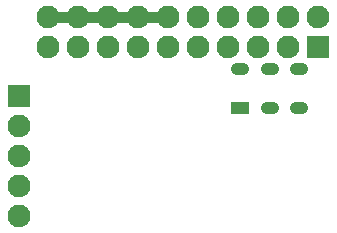
<source format=gbs>
G04*
G04 #@! TF.GenerationSoftware,Altium Limited,Altium Designer,20.1.10 (176)*
G04*
G04 Layer_Color=16711935*
%FSLAX25Y25*%
%MOIN*%
G70*
G04*
G04 #@! TF.SameCoordinates,C4499B9A-1E71-4EDD-A5B7-EE233C105FA9*
G04*
G04*
G04 #@! TF.FilePolarity,Negative*
G04*
G01*
G75*
%ADD27C,0.07600*%
%ADD28R,0.07600X0.07600*%
%ADD29R,0.07600X0.07600*%
%ADD30O,0.06112X0.04143*%
%ADD31R,0.06112X0.04143*%
%ADD50C,0.03500*%
D27*
X11500Y41500D02*
D03*
Y51500D02*
D03*
Y31500D02*
D03*
Y21500D02*
D03*
X21000Y88000D02*
D03*
X31000D02*
D03*
X41000D02*
D03*
X51000D02*
D03*
X61000D02*
D03*
X71000D02*
D03*
X81000D02*
D03*
X91000D02*
D03*
X101000D02*
D03*
X111000D02*
D03*
X21000Y78000D02*
D03*
X31000D02*
D03*
X41000D02*
D03*
X51000D02*
D03*
X61000D02*
D03*
X71000D02*
D03*
X81000D02*
D03*
X91000D02*
D03*
X101000D02*
D03*
D28*
X11500Y61500D02*
D03*
D29*
X111000Y78000D02*
D03*
D30*
X85158Y70496D02*
D03*
X95000D02*
D03*
X104842D02*
D03*
Y57504D02*
D03*
X95000D02*
D03*
D31*
X85158D02*
D03*
D50*
X21000Y88000D02*
X61000D01*
M02*

</source>
